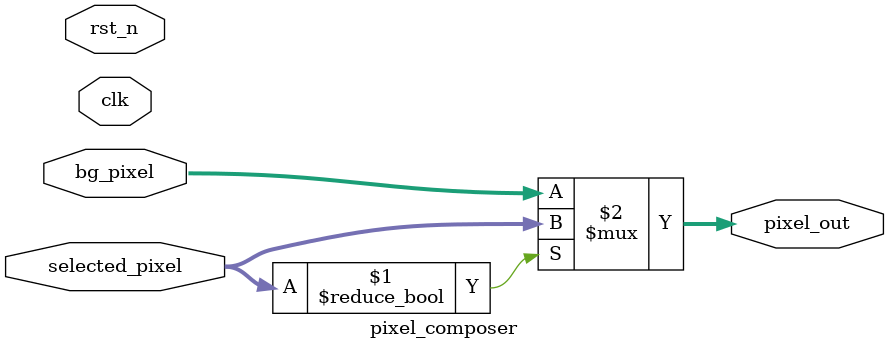
<source format=v>
module pixel_composer (
	input  wire        clk,
	input  wire        rst_n,
	input  wire [23:0] bg_pixel,
	input  wire [23:0] selected_pixel,
	output wire [23:0] pixel_out
);
	//----------------------------
	// Composição do pixel por prioridade
	//----------------------------
	assign pixel_out = (selected_pixel != 24'h000000) ? selected_pixel :
										 bg_pixel;  // BB;
endmodule

</source>
